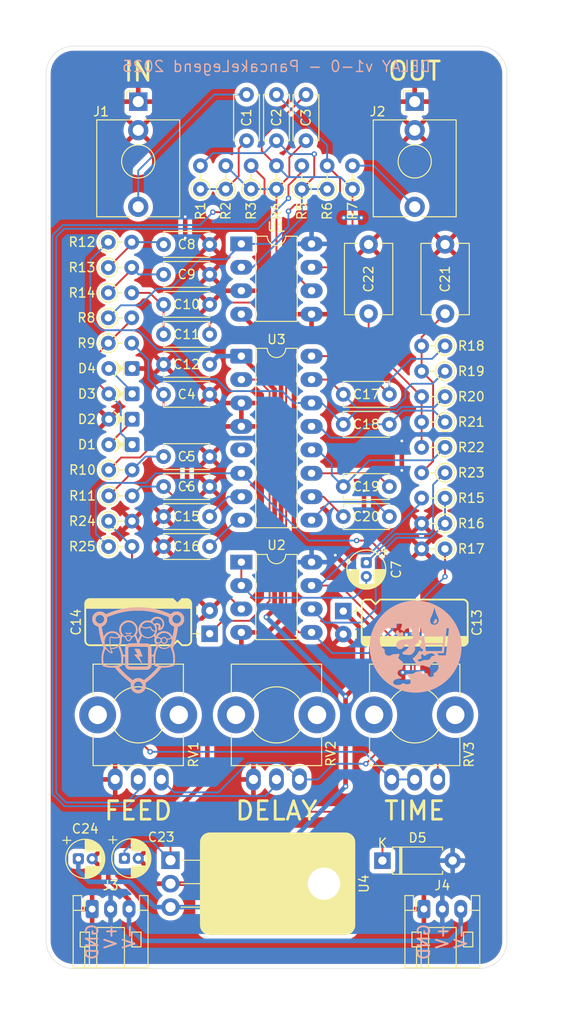
<source format=kicad_pcb>
(kicad_pcb (version 20241229) (generator "pcbnew") (generator_version "9.0")
  (layers (0 "F.Cu" signal) (2 "B.Cu" signal) (13 "F.Paste" user) (15 "B.Paste" user) (5 "F.SilkS" user "F.Silkscreen") (7 "B.SilkS" user "B.Silkscreen") (1 "F.Mask" user) (3 "B.Mask" user) (25 "Edge.Cuts" user))
  (net 0 "")
  (net 1 "Net-(C1-Pad1)")
  (net 2 "Net-(C1-Pad2)")
  (net 3 "Net-(C2-Pad1)")
  (net 4 "Net-(U1B--)")
  (net 5 "Net-(U1A--)")
  (net 6 "Net-(C3-Pad1)")
  (net 7 "Net-(C4-Pad1)")
  (net 8 "GND")
  (net 9 "Net-(C5-Pad1)")
  (net 10 "Net-(C8-Pad1)")
  (net 11 "Net-(U2A-+)")
  (net 12 "Net-(C9-Pad1)")
  (net 13 "Net-(C10-Pad1)")
  (net 14 "Net-(U2B-+)")
  (net 15 "+5V")
  (net 16 "Net-(U3-CC1)")
  (net 17 "Net-(U3-CC0)")
  (net 18 "Net-(U3-LPF1-OUT)")
  (net 19 "Net-(U3-LPF1-IN)")
  (net 20 "D OUT")
  (net 21 "Net-(U3-LPF2-IN)")
  (net 22 "Net-(U3-OP2-OUT)")
  (net 23 "Net-(U3-OP2-IN)")
  (net 24 "Net-(U3-OP1-OUT)")
  (net 25 "Net-(U3-OP1-IN)")
  (net 26 "Net-(C21-Pad2)")
  (net 27 "Net-(D5-K)")
  (net 28 "Net-(D1-K)")
  (net 29 "Net-(D1-A)")
  (net 30 "Net-(D3-A)")
  (net 31 "VDD")
  (net 32 "Net-(R15-Pad2)")
  (net 33 "Net-(J2-PadT)")
  (net 34 "VSS")
  (net 35 "DELAY")
  (net 36 "FEEDBACK")
  (net 37 "TIME")
  (net 38 "Net-(U2B--)")
  (net 39 "D IN")
  (net 40 "Net-(U2A--)")
  (net 42 "Net-(U3-REF)")
  (net 43 "Net-(R24-Pad1)")
  (net 44 "Net-(C22-Pad2)")
  (footprint "HackSynth:R_Vertical_P2.54mm" (layer "F.Cu") (at 168.29 82.5 180)
    (property "Reference" "R18")
    (property "Value" "10k")
  )
  (footprint "HackSynth:R_Vertical_P2.54mm" (layer "F.Cu") (at 147.25 65.5 90)
    (property "Reference" "R3")
    (property "Value" "100k")
  )
  (footprint "HackSynth:C_Ceramic_D4.5mm_P5.00mm" (layer "F.Cu") (at 137.75 94.5)
    (property "Reference" "C5")
    (property "Value" "680pF")
  )
  (footprint "HackSynth:Potentiometer_Alps_RK09K_Horizontal" (layer "F.Cu") (at 135 122.5)
    (property "Reference" "RV1")
    (property "Value" "10k")
  )
  (footprint "HackSynth:Jack_3.5mm" (layer "F.Cu") (at 165 62.5 180)
    (property "Reference" "J2")
    (property "Value" "OUT")
  )
  (footprint "HackSynth:R_Vertical_P2.54mm" (layer "F.Cu") (at 168.29 90.75 180)
    (property "Reference" "R21")
    (property "Value" "10k")
  )
  (footprint "HackSynth:D_Vertical_P2.54mm" (layer "F.Cu") (at 131.8 90.45)
    (property "Reference" "D2")
    (property "Value" "1N4148")
  )
  (footprint "HackSynth:L7805 - TO-220-3_Horizontal_TabDown" (layer "F.Cu") (at 138.5 140.8 -90)
    (property "Reference" "U4")
    (property "Value" "L7805")
  )
  (footprint "HackSynth:C_Ceramic_D4.5mm_P5.00mm" (layer "F.Cu") (at 142.75 101 180)
    (property "Reference" "C15")
    (property "Value" "100nF")
  )
  (footprint "HackSynth:R_Vertical_P2.54mm" (layer "F.Cu") (at 131.75 79.45)
    (property "Reference" "R8")
    (property "Value" "1k")
  )
  (footprint "HackSynth:R_Vertical_P2.54mm" (layer "F.Cu") (at 155.5 65.5 90)
    (property "Reference" "R6")
    (property "Value" "22k")
  )
  (footprint "HackSynth:C_Ceramic_D4.5mm_P5.00mm" (layer "F.Cu") (at 157.25 97.75)
    (property "Reference" "C19")
    (property "Value" "22nF")
  )
  (footprint "HackSynth:C_Ceramic_D4.5mm_P5.00mm" (layer "F.Cu") (at 137.75 81.25)
    (property "Reference" "C11")
    (property "Value" "10nF")
  )
  (footprint "HackSynth:C_Ceramic_D4.5mm_P5.00mm" (layer "F.Cu") (at 157.25 101)
    (property "Reference" "C20")
    (property "Value" "22nF")
  )
  (footprint "HackSynth:R_Vertical_P2.54mm" (layer "F.Cu") (at 131.8 95.95)
    (property "Reference" "R10")
    (property "Value" "33k")
  )
  (footprint "HackSynth:Module 50x100mm" (layer "F.Cu") (at 150 100)
    (property "Reference" "REF**" (hide yes))
    (property "Value" "Untitled" (hide yes))
    (fp_line (start -24.999999 -47) (end -25 47) (stroke (width 0.05)) (layer "Edge.Cuts"))
    (fp_line (start -21.999999 49.999999) (end 22 50) (stroke (width 0.05)) (layer "Edge.Cuts"))
    (fp_line (start 22 -50) (end -21.999999 -50) (stroke (width 0.05)) (layer "Edge.Cuts"))
    (fp_line (start 25 47) (end 25 -47) (stroke (width 0.05)) (layer "Edge.Cuts"))
    (fp_arc (start -25 -47) (mid -24.12132 -49.12132) (end -22 -50) (stroke (width 0.05)) (layer "Edge.Cuts"))
    (fp_arc (start -22 50) (mid -24.12132 49.12132) (end -25 47) (stroke (width 0.05)) (layer "Edge.Cuts"))
    (fp_arc (start 22 -50) (mid 24.12132 -49.12132) (end 25 -47) (stroke (width 0.05)) (layer "Edge.Cuts"))
    (fp_arc (start 25 47) (mid 24.12132 49.12132) (end 22 50) (stroke (width 0.05)) (layer "Edge.Cuts"))
  )
  (footprint "HackSynth:R_Vertical_P2.54mm" (layer "F.Cu") (at 131.7805 101.5)
    (property "Reference" "R24")
    (property "Value" "1k")
  )
  (footprint "HackSynth:R_Vertical_P2.54mm" (layer "F.Cu") (at 131.75 76.75)
    (property "Reference" "R14")
    (property "Value" "100k")
  )
  (footprint "HackSynth:R_Vertical_P2.54mm" (layer "F.Cu") (at 168.29 85.25 180)
    (property "Reference" "R19")
    (property "Value" "22k")
  )
  (footprint "HackSynth:R_Vertical_P2.54mm" (layer "F.Cu") (at 150 65.5 90)
    (property "Reference" "R4")
    (property "Value" "22k")
  )
  (footprint "HackSynth:R_Vertical_P2.54mm" (layer "F.Cu") (at 152.75 65.5 90)
    (property "Reference" "R5")
    (property "Value" "100k")
  )
  (footprint "HackSynth:DIP-8_W7.62mm_LongPads" (layer "F.Cu") (at 150 109.75)
    (property "Reference" "U2")
    (property "Value" "TL072")
  )
  (footprint "HackSynth:CP_Radial_D5.2mm_P2.50mm_LayDown" (layer "F.Cu") (at 142.75 112.45 90)
    (property "Reference" "C14")
    (property "Value" "47µF")
  )
  (footprint "HackSynth:R_Vertical_P2.54mm" (layer "F.Cu") (at 168.29 99 180)
    (property "Reference" "R15")
    (property "Value" "100k")
  )
  (footprint "HackSynth:Potentiometer_Alps_RK09K_Horizontal" (layer "F.Cu") (at 150 122.5)
    (property "Reference" "RV2")
    (property "Value" "10k")
  )
  (footprint "HackSynth:JST_PH_S3B-PH-K_1x03_P2.00mm_Horizontal" (layer "F.Cu") (at 130 143.55)
    (property "Reference" "J3")
    (property "Value" "Conn_01x03")
  )
  (footprint "HackSynth:C_Ceramic_D4.5mm_P5.00mm" (layer "F.Cu") (at 137.75 97.75)
    (property "Reference" "C6")
    (property "Value" "220pF")
  )
  (footprint "HackSynth:DIP-16_W7.62mm_LongPads" (layer "F.Cu") (at 146.19 83.61)
    (property "Reference" "U3")
    (property "Value" "PT2399")
  )
  (footprint "HackSynth:C_Ceramic_D4.5mm_P5.00mm" (layer "F.Cu") (at 146.75 60.25 90)
    (property "Reference" "C1")
    (property "Value" "220nF")
  )
  (footprint "HackSynth:C_Disc_D7.5mm_W5.0mm_P7.50mm" (layer "F.Cu") (at 168.3 71.5 -90)
    (property "Reference" "C21")
    (property "Value" "6.8nF")
  )
  (footprint "HackSynth:JST_PH_S3B-PH-K_1x03_P2.00mm_Horizontal" (layer "F.Cu") (at 166 143.55)
    (property "Reference" "J4")
    (property "Value" "Conn_01x03")
  )
  (footprint "HackSynth:R_Vertical_P2.54mm" (layer "F.Cu") (at 131.75 71.25)
    (property "Reference" "R12")
    (property "Value" "10k")
  )
  (footprint "HackSynth:R_Vertical_P2.54mm" (layer "F.Cu") (at 141.75 65.5 90)
    (property "Reference" "R1")
    (property "Value" "100k")
  )
  (footprint "HackSynth:C_Ceramic_D4.5mm_P5.00mm" (layer "F.Cu") (at 162.25 87.75 180)
    (property "Reference" "C17")
    (property "Value" "560pF")
  )
  (footprint "HackSynth:DIP-8_W7.62mm_LongPads" (layer "F.Cu") (at 150 75.25)
    (property "Reference" "U1")
    (property "Value" "TL072")
  )
  (footprint "HackSynth:D_Vertical_P2.54mm" (layer "F.Cu") (at 131.8 87.7)
    (property "Reference" "D3")
    (property "Value" "1N4148")
  )
  (footprint "HackSynth:C_Ceramic_D4.5mm_P5.00mm" (layer "F.Cu") (at 137.75 87.75)
    (property "Reference" "C4")
    (property "Value" "2.2nF")
  )
  (footprint "HackSynth:CP_Radial_D5.2mm_P2.50mm_LayDown" (layer "F.Cu") (at 157.25 112.5 -90)
    (property "Reference" "C13")
    (property "Value" "100µF")
  )
  (footprint "HackSynth:C_Ceramic_D4.5mm_P5.00mm" (layer "F.Cu") (at 137.75 71.5)
    (property "Reference" "C8")
    (property "Value" "2.2nF")
  )
  (footprint "HackSynth:C_Ceramic_D4.5mm_P5.00mm" (layer "F.Cu") (at 150 55.25 -90)
    (property "Reference" "C2")
    (property "Value" "68pF")
  )
  (footprint "HackSynth:C_Ceramic_D4.5mm_P5.00mm" (layer "F.Cu") (at 137.75 78)
    (property "Reference" "C10")
    (property "Value" "220pF")
  )
  (footprint "HackSynth:C_Ceramic_D4.5mm_P5.00mm" (layer "F.Cu") (at 157.25 91)
    (property "Reference" "C18")
    (property "Value" "560pF")
  )
  (footprint "HackSynth:D_Vertical_P2.54mm" (layer "F.Cu") (at 131.8 93.2)
    (property "Reference" "D1")
    (property "Value" "1N4148")
  )
  (footprint "HackSynth:CP_Radial_D4.0mm_P1.50mm" (layer "F.Cu") (at 159.75 106.75 -90)
    (property "Reference" "C7")
    (property "Value" "1uF")
  )
  (footprint "HackSynth:R_Vertical_P2.54mm" (layer "F.Cu") (at 168.29 93.5 180)
    (property "Reference" "R22")
    (property "Value" "22k")
  )
  (footprint "HackSynth:C_Ceramic_D4.5mm_P5.00mm" (layer "F.Cu") (at 153.2 55.25 -90)
    (property "Reference" "C3")
    (property "Value" "68pF")
  )
  (footprint "HackSynth:R_Vertical_P2.54mm" (layer "F.Cu") (at 168.29 101.75 180)
    (property "Reference" "R16")
    (property "Value" "56k")
  )
  (footprint "HackSynth:D_A-405_P7.62mm_Horizontal" (layer "F.Cu") (at 161.5 138.3)
    (property "Reference" "D5")
    (property "Value" "1N4002")
  )
  (footprint "HackSynth:R_Vertical_P2.54mm" (layer "F.Cu") (at 131.7805 104.25)
    (property "Reference" "R25")
    (property "Value" "68k")
  )
  (footprint "HackSynth:Jack_3.5mm" (layer "F.Cu") (at 135 62.5 180)
    (property "Reference" "J1")
    (property "Value" "IN")
  )
  (footprint "HackSynth:R_Vertical_P2.54mm" (layer "F.Cu") (at 168.29 104.5 180)
    (property "Reference" "R17")
    (property "Value" "1M")
  )
  (footprint "HackSynth:R_Vertical_P2.54mm" (layer "F.Cu") (at 168.29 96.25 180)
    (property "Reference" "R23")
    (property "Value" "22k")
  )
  (footprint "HackSynth:CP_Radial_D4.0mm_P1.50mm" (layer "F.Cu") (at 134.25 138.05)
    (property "Reference" "C23")
    (property "Value" "10uF 25v")
  )
  (footprint "HackSynth:Potentiometer_Alps_RK09K_Horizontal" (layer "F.Cu") (at 165 122.5)
    (property "Reference" "RV3")
    (property "Value" "47k")
  )
  (footprint "HackSynth:R_Vertical_P2.54mm" (layer "F.Cu") (at 168.29 88 180)
    (property "Reference" "R20")
    (property "Value" "22k")
  )
  (footprint "HackSynth:R_Vertical_P2.54mm" (layer "F.Cu") (at 131.75 82.2)
    (property "Reference" "R9")
    (property "Value" "10k")
  )
  (footprint "HackSynth:C_Ceramic_D4.5mm_P5.00mm" (layer "F.Cu") (at 142.75 84.5 180)
    (property "Reference" "C12")
    (property "Value" "100nF")
  )
  (footprint "HackSynth:D_Vertical_P2.54mm" (layer "F.Cu") (at 131.8 84.95)
    (property "Reference" "D4")
    (property "Value" "1N4148")
  )
  (footprint "HackSynth:R_Vertical_P2.54mm" (layer "F.Cu") (at 131.75 74)
    (property "Reference" "R13")
    (property "Value" "33k")
  )
  (footprint "HackSynth:R_Vertical_P2.54mm" (layer "F.Cu") (at 144.5 65.5 90)
    (property "Reference" "R2")
    (property "Value" "100k")
  )
  (footprint "HackSynth:R_Vertical_P2.54mm" (layer "F.Cu") (at 158.25 65.5 90)
    (property "Reference" "R7")
    (property "Value" "1k")
  )
  (footprint "HackSynth:CP_Radial_D4.0mm_P1.50mm" (layer "F.Cu") (at 129.25 138.1)
    (property "Reference" "C24")
    (property "Value" "1uF 50v")
  )
  (footprint "HackSynth:C_Ceramic_D4.5mm_P5.00mm" (layer "F.Cu") (at 137.75 74.75)
    (property "Reference" "C9")
    (property "Value" "680pF")
  )
  (footprint "HackSynth:C_Ceramic_D4.5mm_P5.00mm" (layer "F.Cu") (at 142.75 104.25 180)
    (property "Reference" "C16")
    (property "Value" "100nF")
  )
  (footprint "HackSynth:R_Vertical_P2.54mm" (layer "F.Cu") (at 131.8 98.75)
    (property "Reference" "R11")
    (property "Value" "100k")
  )
  (footprint "HackSynth:C_Disc_D7.5mm_W5.0mm_P7.50mm" (layer "F.Cu") (at 160 71.5 -90)
    (property "Reference" "C22")
    (property "Value" "3.3nF")
  )
  (footprint "HackSynth:CCHS Logo - 10mm" (layer "B.Cu") (at 135 115.5 180)
    (property "Reference" "Ref**" (hide yes))
    (property "Value" "Val**" (hide yes))
  )
  (footprint "HackSynth:PancakeLegend Logo - 10mm" (layer "B.Cu") (at 165.1 115.1 180)
    (property "Reference" "Ref**" (hide yes))
    (property "Value" "Val**" (hide yes))
  )
  (gr_text "OUT" (at 165 52.7 0) (layer "F.SilkS") (effects (font (size 2 2) (thickness 0.3) (bold yes))))
  (gr_text "DELAY" (at 150 132.9 0) (layer "F.SilkS") (effects (font (size 2 2) (thickness 0.3) (bold yes))))
  (gr_text "TIME" (at 165 132.9 0) (layer "F.SilkS") (effects (font (size 2 2) (thickness 0.3) (bold yes))))
  (gr_text "FEED" (at 135 132.9 0) (layer "F.SilkS") (effects (font (size 2 2) (thickness 0.3) (bold yes))))
  (gr_text "IN" (at 135 52.8 0) (layer "F.SilkS") (effects (font (size 2 2) (thickness 0.3) (bold yes))))
  (gr_text "DELAY v1-0 - PancakeLegend 2025" (at 150 52.2 0) (layer "B.SilkS") (effects (font (size 1.2 1.2)) (justify mirror)))
  (segment (start 145.9 61.1) (end 146.75 60.25) (width 0.2) (layer "F.Cu") (net 1))
  (segment (start 144.5 65.5) (end 145.9 64.1) (width 0.2) (layer "F.Cu") (net 1))
  (segment (start 145.9 64.1) (end 145.9 61.1) (width 0.2) (layer "F.Cu") (net 1))
  (segment (start 141.75 65.5) (end 144.5 65.5) (width 0.2) (layer "B.Cu") (net 1))
  (segment (start 143.25 55.25) (end 146.75 55.25) (width 0.2) (layer "B.Cu") (net 2))
  (segment (start 135 67.42) (end 135 63.5) (width 0.2) (layer "B.Cu") (net 2))
  (segment (start 135 63.5) (end 143.25 55.25) (width 0.2) (layer "B.Cu") (net 2))
  (segment (start 156.9 64.36) (end 156.9 66.2) (width 0.2) (layer "F.Cu") (net 3))
  (segment (start 152 67.2) (end 151.3 67.9) (width 0.2) (layer "F.Cu") (net 3))
  (segment (start 155.5 62.96) (end 156.9 64.36) (width 0.2) (layer "F.Cu") (net 3))
  (segment (start 155.9 67.2) (end 152 67.2) (width 0.2) (layer "F.Cu") (net 3))
  (segment (start 156.9 66.2) (end 155.9 67.2) (width 0.2) (layer "F.Cu") (net 3))
  (via (at 151.3 67.9) (size 0.6) (drill 0.3) (layers "F.Cu" "B.Cu") (net 3))
  (segment (start 144.53 73.1) (end 146.19 71.44) (width 0.2) (layer "B.Cu") (net 3))
  (segment (start 131.75 79.45) (end 133.1 78.1) (width 0.2) (layer "B.Cu") (net 3))
  (segment (start 149.3929 71.44) (end 146.19 71.44) (width 0.2) (layer "B.Cu") (net 3))
  (segment (start 155.5 62.96) (end 155.5 60.75) (width 0.2) (layer "B.Cu") (net 3))
  (segment (start 151.3 69.5329) (end 149.3929 71.44) (width 0.2) (layer "B.Cu") (net 3))
  (segment (start 135.2 78.1) (end 137 76.3) (width 0.2) (layer "B.Cu") (net 3))
  (segment (start 155.5 60.75) (end 150 55.25) (width 0.2) (layer "B.Cu") (net 3))
  (segment (start 133.1 78.1) (end 135.2 78.1) (width 0.2) (layer "B.Cu") (net 3))
  (segment (start 138.5 76.3) (end 141.7 73.1) (width 0.2) (layer "B.Cu") (net 3))
  (segment (start 141.7 73.1) (end 144.53 73.1) (width 0.2) (layer "B.Cu") (net 3))
  (segment (start 137 76.3) (end 138.5 76.3) (width 0.2) (layer "B.Cu") (net 3))
  (segment (start 151.3 67.9) (end 151.3 69.5329) (width 0.2) (layer "B.Cu") (net 3))
  (segment (start 150 72.71) (end 153.81 76.52) (width 0.2) (layer "F.Cu") (net 4))
  (segment (start 151.4 64.1) (end 151.4 62.05) (width 0.2) (layer "F.Cu") (net 4))
  (segment (start 151.4 62.05) (end 153.2 60.25) (width 0.2) (layer "F.Cu") (net 4))
  (segment (start 150 65.5) (end 151.4 64.1) (width 0.2) (layer "F.Cu") (net 4))
  (segment (start 150 65.5) (end 150 72.71) (width 0.2) (layer "F.Cu") (net 4))
  (segment (start 147.25 65.5) (end 150 65.5) (width 0.2) (layer "B.Cu") (net 4))
  (segment (start 144.5 62.96) (end 147.04 65.5) (width 0.2) (layer "B.Cu") (net 4))
  (segment (start 147.04 65.5) (end 147.25 65.5) (width 0.2) (layer "B.Cu") (net 4))
  (segment (start 154.1 61.7) (end 154.1 64.15) (width 0.2) (layer "F.Cu") (net 5))
  (segment (start 154.1 64.15) (end 152.75 65.5) (width 0.2) (layer "F.Cu") (net 5))
  (via (at 154.1 61.7) (size 0.6) (drill 0.3) (layers "F.Cu" "B.Cu") (net 5))
  (segment (start 152.75 65.5) (end 152.6 65.5) (width 0.2) (layer "B.Cu") (net 5))
  (segment (start 143.11 61.6) (end 148.65 61.6) (width 0.2) (layer "B.Cu") (net 5))
  (segment (start 147.42 73.98) (end 152.75 68.65) (width 0.2) (layer "B.Cu") (net 5))
  (segment (start 150 60.25) (end 151.45 61.7) (width 0.2) (layer "B.Cu") (net 5))
  (segment (start 151.45 61.7) (end 154.1 61.7) (width 0.2) (layer "B.Cu") (net 5))
  (segment (start 152.75 65.5) (end 155.5 65.5) (width 0.2) (layer "B.Cu") (net 5))
  (segment (start 148.65 61.6) (end 150 60.25) (width 0.2) (layer "B.Cu") (net 5))
  (segment (start 146.19 73.98) (end 147.42 73.98) (width 0.2) (layer "B.Cu") (net 5))
  (segment (start 152.75 68.65) (end 152.75 65.5) (width 0.2) (layer "B.Cu") (net 5))
  (segment (start 141.75 62.96) (end 143.11 61.6) (width 0.2) (layer "B.Cu") (net 5))
  (segment (start 148.4 61.36) (end 148.4 60.05) (width 0.2) (layer "F.Cu") (net 6))
  (segment (start 155.72 73.98) (end 158.25 71.45) (width 0.2) (layer "F.Cu") (net 6))
  (segment (start 153.81 73.98) (end 155.72 73.98) (width 0.2) (layer "F.Cu") (net 6))
  (segment (start 148.4 60.05) (end 153.2 55.25) (width 0.2) (layer "F.Cu") (net 6))
  (segment (start 150 62.96) (end 148.4 61.36) (width 0.2) (layer "F.Cu") (net 6))
  (segment (start 158.25 71.45) (end 158.25 65.5) (width 0.2) (layer "F.Cu") (net 6))
  (segment (start 150 62.96) (end 151.24 64.2) (width 0.2) (layer "B.Cu") (net 6))
  (segment (start 156.95 64.2) (end 158.25 65.5) (width 0.2) (layer "B.Cu") (net 6))
  (segment (start 151.24 64.2) (end 156.95 64.2) (width 0.2) (layer "B.Cu") (net 6))
  (segment (start 137.75 92.05) (end 137.75 87.75) (width 0.2) (layer "F.Cu") (net 7))
  (segment (start 131.8 95.95) (end 133.15 94.6) (width 0.2) (layer "F.Cu") (net 7))
  (segment (start 133.15 94.6) (end 135.2 94.6) (width 0.2) (layer "F.Cu") (net 7))
  (segment (start 135.2 94.6) (end 137.75 92.05) (width 0.2) (layer "F.Cu") (net 7))
  (segment (start 136.1 86.1) (end 137.75 87.75) (width 0.2) (layer "B.Cu") (net 7))
  (segment (start 134.29 82.2) (end 136.1 84.01) (width 0.2) (layer "B.Cu") (net 7))
  (segment (start 136.1 84.01) (end 136.1 86.1) (width 0.2) (layer "B.Cu") (net 7))
  (via (at 163.7 117.9) (size 0.6) (drill 0.3) (layers "F.Cu" "B.Cu") (net 8))
  (via (at 157.3 68.6) (size 0.6) (drill 0.3) (layers "F.Cu" "B.Cu") (net 8))
  (via (at 159.2 68.6) (size 0.6) (drill 0.3) (layers "F.Cu" "B.Cu") (net 8))
  (via (at 165.9 117.9) (size 0.6) (drill 0.3) (layers "F.Cu" "B.Cu") (net 8))
  (via (at 165.9 113.8) (size 0.6) (drill 0.3) (layers "F.Cu" "B.Cu") (net 8))
  (via (at 164.1 113.8) (size 0.6) (drill 0.3) (layers "F.Cu" "B.Cu") (net 8))
  (segment (start 165.9 117.9) (end 163.7 117.9) (width 0.5) (layer "B.Cu") (net 8))
  (segment (start 165.8 113.8) (end 164.1 113.8) (width 0.5) (layer "B.Cu") (net 8))
  (segment (start 159.2 68.6) (end 157.3 68.6) (width 0.5) (layer "B.Cu") (net 8))
  (segment (start 131.8 98.75) (end 134.34 96.21) (width 0.2) (layer "F.Cu") (net 9))
  (segment (start 134.34 96.21) (end 134.34 95.95) (width 0.2) (layer "F.Cu") (net 9))
  (segment (start 137.75 94.5) (end 135.79 94.5) (width 0.2) (layer "B.Cu") (net 9))
  (segment (start 135.79 94.5) (end 134.34 95.95) (width 0.2) (layer "B.Cu") (net 9))
  (segment (start 131.75 74) (end 134.29 71.46) (width 0.2) (layer "F.Cu") (net 10))
  (segment (start 134.29 71.46) (end 134.29 71.25) (width 0.2) (layer "F.Cu") (net 10))
  (segment (start 137.5 71.25) (end 137.75 71.5) (width 0.2) (layer "B.Cu") (net 10))
  (segment (start 134.29 71.25) (end 137.5 71.25) (width 0.2) (layer "B.Cu") (net 10))
  (segment (start 140.4 100.4) (end 140.4 105.23) (width 0.2) (layer "F.Cu") (net 11))
  (segment (start 140.4 105.23) (end 146.19 111.02) (width 0.2) (layer "F.Cu") (net 11))
  (segment (start 137.75 97.75) (end 140.4 100.4) (width 0.2) (layer "F.Cu") (net 11))
  (segment (start 137.75 97.75) (end 135.34 97.75) (width 0.2) (layer "B.Cu") (net 11))
  (segment (start 135.34 97.75) (end 134.34 98.75) (width 0.2) (layer "B.Cu") (net 11))
  (segment (start 134.29 74.21) (end 134.29 74) (width 0.2) (layer "F.Cu") (net 12))
  (segment (start 131.75 76.75) (end 134.29 74.21) (width 0.2) (layer "F.Cu") (net 12))
  (segment (start 137.75 74.75) (end 135.04 74.75) (width 0.2) (layer "B.Cu") (net 12))
  (segment (start 135.04 74.75) (end 134.29 74) (width 0.2) (layer "B.Cu") (net 12))
  (segment (start 136.25 76.75) (end 134.29 76.75) (width 0.2) (layer "F.Cu") (net 13))
  (segment (start 137.75 81.25) (end 137.75 78) (width 0.2) (layer "F.Cu") (net 13))
  (segment (start 137.75 78) (end 137.5 78) (width 0.2) (layer "F.Cu") (net 13))
  (segment (start 137.5 78) (end 136.25 76.75) (width 0.2) (layer "F.Cu") (net 13))
  (segment (start 137.75 78) (end 137.5 78) (width 0.2) (layer "B.Cu") (net 13))
  (segment (start 152.46 113.56) (end 153.81 113.56) (width 0.2) (layer "F.Cu") (net 14))
  (segment (start 151.051 112.151) (end 152.46 113.56) (width 0.2) (layer "F.Cu") (net 14))
  (segment (start 145.06863 77.8) (end 142.75 80.11863) (width 0.2) (layer "F.Cu") (net 14))
  (segment (start 151.051 84) (end 151.051 83.141768) (width 0.2) (layer "F.Cu") (net 14))
  (segment (start 148.1 78.7) (end 147.2 77.8) (width 0.2) (layer "F.Cu") (net 14))
  (segment (start 148.1 80.190768) (end 148.1 78.7) (width 0.2) (layer "F.Cu") (net 14))
  (segment (start 142.75 80.11863) (end 142.75 81.25) (width 0.2) (layer "F.Cu") (net 14))
  (segment (start 168.29 104.5) (end 168.29 107.51) (width 0.2) (layer "F.Cu") (net 14))
  (segment (start 147.2 77.8) (end 145.06863 77.8) (width 0.2) (layer "F.Cu") (net 14))
  (segment (start 151.051 83.141768) (end 148.1 80.190768) (width 0.2) (layer "F.Cu") (net 14))
  (segment (start 151.051 84) (end 151.051 112.151) (width 0.2) (layer "F.Cu") (net 14))
  (via (at 168.29 107.51) (size 0.6) (drill 0.3) (layers "F.Cu" "B.Cu") (net 14))
  (segment (start 168.29 107.51) (end 160 115.8) (width 0.2) (layer "B.Cu") (net 14))
  (segment (start 156.05 115.8) (end 153.81 113.56) (width 0.2) (layer "B.Cu") (net 14))
  (segment (start 160 115.8) (end 156.05 115.8) (width 0.2) (layer "B.Cu") (net 14))
  (segment (start 149.799 87.5) (end 149.799 109.3) (width 0.5) (layer "F.Cu") (net 15))
  (segment (start 149.799 110.3) (end 149.799 111.001) (width 0.5) (layer "F.Cu") (net 15))
  (segment (start 146.19 83.61) (end 149.799 87.219) (width 0.5) (layer "F.Cu") (net 15))
  (segment (start 149.799 111.001) (end 148.9 111.9) (width 0.5) (layer "F.Cu") (net 15))
  (segment (start 159.3 113.3) (end 159.3 118.7) (width 0.5) (layer "F.Cu") (net 15))
  (segment (start 157.25 111.25) (end 159.3 113.3) (width 0.5) (layer "F.Cu") (net 15))
  (segment (start 149.799 87.219) (end 149.799 87.5) (width 0.5) (layer "F.Cu") (net 15))
  (segment (start 157.5 130.25) (end 157.5 120.5) (width 0.5) (layer "F.Cu") (net 15))
  (segment (start 149.799 109.3) (end 149.799 110.3) (width 0.5) (layer "F.Cu") (net 15))
  (segment (start 159.3 118.7) (end 157.5 120.5) (width 0.5) (layer "F.Cu") (net 15))
  (via (at 157.5 120.5) (size 0.6) (drill 0.3) (layers "F.Cu" "B.Cu") (net 15))
  (via (at 157.5 130.25) (size 0.6) (drill 0.3) (layers "F.Cu" "B.Cu") (net 15))
  (via (at 148.9 111.9) (size 0.6) (drill 0.3) (layers "F.Cu" "B.Cu") (net 15))
  (segment (start 146.19 83.61) (end 143.64 83.61) (width 0.5) (layer "B.Cu") (net 15))
  (segment (start 143.64 83.61) (end 142.75 84.5) (width 0.5) (layer "B.Cu") (net 15))
  (segment (start 138.5 143.34) (end 136.79 143.34) (width 0.5) (layer "B.Cu") (net 15))
  (segment (start 128.5 139.4) (end 128.5 138.1) (width 0.5) (layer "B.Cu") (net 15))
  (segment (start 133.7 140.6) (end 129.7 140.6) (width 0.5) (layer "B.Cu") (net 15))
  (segment (start 129.7 140.6) (end 128.5 139.4) (width 0.5) (layer "B.Cu") (net 15))
  (segment (start 134.05 140.6) (end 133.7 140.6) (width 0.5) (layer "B.Cu") (net 15))
  (segment (start 136.79 143.34) (end 134.05 140.6) (width 0.5) (layer "B.Cu") (net 15))
  (segment (start 148.9 111.9) (end 157.5 120.5) (width 0.5) (layer "B.Cu") (net 15))
  (segment (start 138.5 143.34) (end 144.41 143.34) (width 0.5) (layer "B.Cu") (net 15))
  (segment (start 144.41 143.34) (end 157.5 130.25) (width 0.5) (layer "B.Cu") (net 15))
  (segment (start 144.75 98.85) (end 146.19 98.85) (width 0.2) (layer "B.Cu") (net 16))
  (segment (start 142.75 100.85) (end 144.75 98.85) (width 0.2) (layer "B.Cu") (net 16))
  (segment (start 142.75 104.25) (end 145.61 101.39) (width 0.2) (layer "B.Cu") (net 17))
  (segment (start 145.61 101.39) (end 146.19 101.39) (width 0.2) (layer "B.Cu") (net 17))
  (segment (start 155.65 86.15) (end 157.25 87.75) (width 0.2) (layer "F.Cu") (net 18))
  (segment (start 153.81 86.15) (end 155.65 86.15) (width 0.2) (layer "F.Cu") (net 18))
  (segment (start 158.699 89.199) (end 162.901 89.199) (width 0.2) (layer "B.Cu") (net 18))
  (segment (start 162.901 89.199) (end 164 88.1) (width 0.2) (layer "B.Cu") (net 18))
  (segment (start 164 88.1) (end 164 87.3) (width 0.2) (layer "B.Cu") (net 18))
  (segment (start 157.25 87.75) (end 158.699 89.199) (width 0.2) (layer "B.Cu") (net 18))
  (segment (start 164 87.3) (end 164.7 86.6) (width 0.2) (layer "B.Cu") (net 18))
  (segment (start 166.94 86.6) (end 168.29 85.25) (width 0.2) (layer "B.Cu") (net 18))
  (segment (start 164.7 86.6) (end 166.94 86.6) (width 0.2) (layer "B.Cu") (net 18))
  (segment (start 158.11 83.61) (end 162.25 87.75) (width 0.2) (layer "F.Cu") (net 19))
  (segment (start 153.81 83.61) (end 158.11 83.61) (width 0.2) (layer "F.Cu") (net 19))
  (segment (start 162.25 86.25) (end 162.25 87.75) (width 0.2) (layer "B.Cu") (net 19))
  (segment (start 164.6 83.9) (end 162.25 86.25) (width 0.2) (layer "B.Cu") (net 19))
  (segment (start 168.29 82.5) (end 166.89 83.9) (width 0.2) (layer "B.Cu") (net 19))
  (segment (start 166.89 83.9) (end 164.6 83.9) (width 0.2) (layer "B.Cu") (net 19))
  (segment (start 137.1 82.9) (end 138.6 82.9) (width 0.2) (layer "B.Cu") (net 20))
  (segment (start 129.8 73.2) (end 129.8 79.6) (width 0.2) (layer "B.Cu") (net 20))
  (segment (start 167.1742 89.1158) (end 168.29 88) (width 0.2) (layer "B.Cu") (net 20))
  (segment (start 158.425 89.825) (end 158.65 89.6) (width 0.2) (layer "B.Cu") (net 20))
  (segment (start 131 80.8) (end 135 80.8) (width 0.2) (layer "B.Cu") (net 20))
  (segment (start 157.25 91) (end 158.425 89.825) (width 0.2) (layer "B.Cu") (net 20))
  (segment (start 138.6 82.9) (end 141.8 86.1) (width 0.2) (layer "B.Cu") (net 20))
  (segment (start 141.8 86.1) (end 143.5 86.1) (width 0.2) (layer "B.Cu") (net 20))
  (segment (start 151.91 88.69) (end 153.81 88.69) (width 0.2) (layer "B.Cu") (net 20))
  (segment (start 158.65 89.6) (end 163.0829 89.6) (width 0.2) (layer "B.Cu") (net 20))
  (segment (start 129.8 79.6) (end 131 80.8) (width 0.2) (layer "B.Cu") (net 20))
  (segment (start 135 80.8) (end 137.1 82.9) (width 0.2) (layer "B.Cu") (net 20))
  (segment (start 143.5 86.1) (end 144.8 87.4) (width 0.2) (layer "B.Cu") (net 20))
  (segment (start 150.62 87.4) (end 151.91 88.69) (width 0.2) (layer "B.Cu") (net 20))
  (segment (start 163.5671 89.1158) (end 167.1742 89.1158) (width 0.2) (layer "B.Cu") (net 20))
  (segment (start 131.75 71.25) (end 129.8 73.2) (width 0.2) (layer "B.Cu") (net 20))
  (segment (start 154.94 88.69) (end 157.25 91) (width 0.2) (layer "B.Cu") (net 20))
  (segment (start 144.8 87.4) (end 150.62 87.4) (width 0.2) (layer "B.Cu") (net 20))
  (segment (start 153.81 88.69) (end 154.94 88.69) (width 0.2) (layer "B.Cu") (net 20))
  (segment (start 163.0829 89.6) (end 163.5671 89.1158) (width 0.2) (layer "B.Cu") (net 20))
  (segment (start 153.81 91.23) (end 154.63 91.23) (width 0.2) (layer "B.Cu") (net 21))
  (segment (start 168.29 90.75) (end 167.0568 89.5168) (width 0.2) (layer "B.Cu") (net 21))
  (segment (start 154.63 91.23) (end 155.85 92.45) (width 0.2) (layer "B.Cu") (net 21))
  (segment (start 155.85 92.45) (end 158.35 92.45) (width 0.2) (layer "B.Cu") (net 21))
  (segment (start 159.8 91) (end 162.25 91) (width 0.2) (layer "B.Cu") (net 21))
  (segment (start 158.35 92.45) (end 159.8 91) (width 0.2) (layer "B.Cu") (net 21))
  (segment (start 167.0568 89.5168) (end 163.7332 89.5168) (width 0.2) (layer "B.Cu") (net 21))
  (segment (start 163.7332 89.5168) (end 162.25 91) (width 0.2) (layer "B.Cu") (net 21))
  (segment (start 154.47 93.77) (end 153.81 93.77) (width 0.2) (layer "B.Cu") (net 22))
  (segment (start 157.25 97.75) (end 156 96.5) (width 0.2) (layer "B.Cu") (net 22))
  (segment (start 156 95.3) (end 154.47 93.77) (width 0.2) (layer "B.Cu") (net 22))
  (segment (start 168.29 93.5) (end 166.89 94.9) (width 0.2) (layer "B.Cu") (net 22))
  (segment (start 166.89 94.9) (end 160.1 94.9) (width 0.2) (layer "B.Cu") (net 22))
  (segment (start 156 96.5) (end 156 95.3) (width 0.2) (layer "B.Cu") (net 22))
  (segment (start 160.1 94.9) (end 157.25 97.75) (width 0.2) (layer "B.Cu") (net 22))
  (segment (start 160.81 96.31) (end 162.25 97.75) (width 0.2) (layer "F.Cu") (net 23))
  (segment (start 153.81 96.31) (end 160.81 96.31) (width 0.2) (layer "F.Cu") (net 23))
  (segment (start 155.8 99.4) (end 153.81 101.39) (width 0.2) (layer "B.Cu") (net 24))
  (segment (start 162.25 101) (end 160.65 99.4) (width 0.2) (layer "B.Cu") (net 24))
  (segment (start 160.65 99.4) (end 155.8 99.4) (width 0.2) (layer "B.Cu") (net 24))
  (segment (start 157.25 101) (end 155.1 98.85) (width 0.2) (layer "F.Cu") (net 25))
  (segment (start 155.1 98.85) (end 153.81 98.85) (width 0.2) (layer "F.Cu") (net 25))
  (segment (start 168.3 79) (end 165.75 81.55) (width 0.2) (layer "F.Cu") (net 26))
  (segment (start 167 95) (end 167 86.5) (width 0.2) (layer "F.Cu") (net 26))
  (segment (start 165.75 81.55) (end 165.75 82.5) (width 0.2) (layer "F.Cu") (net 26))
  (segment (start 165.75 96.25) (end 167 95) (width 0.2) (layer "F.Cu") (net 26))
  (segment (start 165.75 85.25) (end 167 86.5) (width 0.2) (layer "F.Cu") (net 26))
  (segment (start 165.75 82.5) (end 165.75 85.25) (width 0.2) (layer "F.Cu") (net 26))
  (segment (start 161.5 136.25) (end 161.5 138.3) (width 0.2) (layer "F.Cu") (net 27))
  (segment (start 138.5 138.26) (end 138.5 136.25) (width 0.2) (layer "F.Cu") (net 27))
  (segment (start 158.25 133) (end 161.5 136.25) (width 0.2) (layer "F.Cu") (net 27))
  (segment (start 141.75 133) (end 158.25 133) (width 0.2) (layer "F.Cu") (net 27))
  (segment (start 138.5 136.25) (end 141.75 133) (width 0.2) (layer "F.Cu") (net 27))
  (segment (start 133.5 137.25) (end 134.5 136.25) (width 0.2) (layer "B.Cu") (net 27))
  (segment (start 134.5 136.25) (end 136.49 136.25) (width 0.2) (layer "B.Cu") (net 27))
  (segment (start 161.46 138.26) (end 161.5 138.3) (width 0.2) (layer "B.Cu") (net 27))
  (segment (start 136.49 136.25) (end 138.5 138.26) (width 0.2) (layer "B.Cu") (net 27))
  (segment (start 133.5 138.05) (end 133.5 137.25) (width 0.2) (layer "B.Cu") (net 27))
  (segment (start 134.34 90.66) (end 131.8 93.2) (width 0.2) (layer "F.Cu") (net 28))
  (segment (start 134.34 90.45) (end 134.34 90.66) (width 0.2) (layer "F.Cu") (net 28))
  (segment (start 129.9 84.05) (end 129.9 85.8) (width 0.2) (layer "F.Cu") (net 29))
  (segment (start 129.9 85.8) (end 131.8 87.7) (width 0.2) (layer "F.Cu") (net 29))
  (segment (start 134.29 79.66) (end 134.29 79.45) (width 0.2) (layer "F.Cu") (net 29))
  (segment (start 131.75 82.2) (end 134.29 79.66) (width 0.2) (layer "F.Cu") (net 29))
  (segment (start 131.75 82.2) (end 129.9 84.05) (width 0.2) (layer "F.Cu") (net 29))
  (segment (start 133.1 91.96) (end 134.34 93.2) (width 0.2) (layer "B.Cu") (net 29))
  (segment (start 133.1 89) (end 133.1 91.96) (width 0.2) (layer "B.Cu") (net 29))
  (segment (start 131.8 87.7) (end 133.1 89) (width 0.2) (layer "B.Cu") (net 29))
  (segment (start 134.34 87.49) (end 131.8 84.95) (width 0.2) (layer "B.Cu") (net 30))
  (segment (start 134.34 87.7) (end 134.34 87.49) (width 0.2) (layer "B.Cu") (net 30))
  (segment (start 159.5 98.2) (end 159.5 100.5) (width 0.5) (layer "F.Cu") (net 31))
  (segment (start 140.3 97.7) (end 140.3 94.6) (width 0.5) (layer "F.Cu") (net 31))
  (segment (start 163.6 92.8) (end 163.6 96) (width 0.5) (layer "F.Cu") (net 31))
  (segment (start 158.013172 106.813172) (end 156.386827 105.186827) (width 0.5) (layer "F.Cu") (net 31))
  (segment (start 140.1 68.5) (end 140.1 70.8) (width 0.5) (layer "F.Cu") (net 31))
  (via (at 140.1 68.5) (size 0.6) (drill 0.3) (layers "F.Cu" "B.Cu") (net 31))
  (via (at 140.3 94.6) (size 0.6) (drill 0.3) (layers "F.Cu" "B.Cu") (net 31))
  (via (at 159.5 98.2) (size 0.6) (drill 0.3) (layers "F.Cu" "B.Cu") (net 31))
  (via (at 163.6 96) (size 0.6) (drill 0.3) (layers "F.Cu" "B.Cu") (net 31))
  (via (at 158.013172 106.813172) (size 0.6) (drill 0.3) (layers "F.Cu" "B.Cu") (net 31))
  (via (at 163.6 92.8) (size 0.6) (drill 0.3) (layers "F.Cu" "B.Cu") (net 31))
  (via (at 140.3 97.7) (size 0.6) (drill 0.3) (layers "F.Cu" "B.Cu") (net 31))
  (via (at 140.1 70.8) (size 0.6) (drill 0.3) (layers "F.Cu" "B.Cu") (net 31))
  (via (at 159.5 100.5) (size 0.6) (drill 0.3) (layers "F.Cu" "B.Cu") (net 31))
  (via (at 156.386827 105.186827) (size 0.6) (drill 0.3) (layers "F.Cu" "B.Cu") (net 31))
  (segment (start 170.4 92.1) (end 164.3 92.1) (width 0.5) (layer "B.Cu") (net 31))
  (segment (start 164.3 92.1) (end 163.6 92.8) (width 0.5) (layer "B.Cu") (net 31))
  (segment (start 144.45 92.5) (end 147.95 92.5) (width 0.5) (layer "B.Cu") (net 31))
  (segment (start 156.882 108.48) (end 153.81 108.48) (width 0.2) (layer "F.Cu") (net 32))
  (segment (start 159.7 127.8) (end 164.599 122.901) (width 0.2) (layer "F.Cu") (net 32))
  (segment (start 164.599 116.197) (end 156.882 108.48) (width 0.2) (layer "F.Cu") (net 32))
  (segment (start 164.599 122.901) (end 164.599 116.197) (width 0.2) (layer "F.Cu") (net 32))
  (via (at 159.7 127.8) (size 0.6) (drill 0.3) (layers "F.Cu" "B.Cu") (net 32))
  (segment (start 146.899 127.7) (end 150.700001 127.7) (width 0.2) (layer "B.Cu") (net 32))
  (segment (start 156.2 127.8) (end 154.5 129.5) (width 0.2) (layer "B.Cu") (net 32))
  (segment (start 154.5 129.5) (end 152.500001 129.5) (width 0.2) (layer "B.Cu") (net 32))
  (segment (start 158.2 105) (end 154.72 108.48) (width 0.2) (layer "B.Cu") (net 32))
  (segment (start 150.700001 127.7) (end 152.500001 129.5) (width 0.2) (layer "B.Cu") (net 32))
  (segment (start 154.72 108.48) (end 153.81 108.48) (width 0.2) (layer "B.Cu") (net 32))
  (segment (start 152.500001 128.750001) (end 152.500001 129.5) (width 0.2) (layer "B.Cu") (net 32))
  (segment (start 165.75 99) (end 165.75 99.4329) (width 0.2) (layer "B.Cu") (net 32))
  (segment (start 160.1829 105) (end 158.2 105) (width 0.2) (layer "B.Cu") (net 32))
  (segment (start 137.500001 129.5) (end 138.899001 130.899) (width 0.2) (layer "B.Cu") (net 32))
  (segment (start 143.7 130.899) (end 146.899 127.7) (width 0.2) (layer "B.Cu") (net 32))
  (segment (start 159.7 127.8) (end 156.2 127.8) (width 0.2) (layer "B.Cu") (net 32))
  (segment (start 165.75 99.4329) (end 160.1829 105) (width 0.2) (layer "B.Cu") (net 32))
  (segment (start 138.899001 130.899) (end 143.7 130.899) (width 0.2) (layer "B.Cu") (net 32))
  (segment (start 160.54 62.96) (end 165 67.42) (width 0.2) (layer "B.Cu") (net 33))
  (segment (start 158.25 62.96) (end 160.54 62.96) (width 0.2) (layer "B.Cu") (net 33))
  (segment (start 134 142.55) (end 131.75 140.3) (width 0.5) (layer "F.Cu") (net 34))
  (segment (start 134 143.55) (end 134 142.55) (width 0.5) (layer "F.Cu") (net 34))
  (segment (start 133.75 134.5) (end 131.75 136.5) (width 0.5) (layer "F.Cu") (net 34))
  (segment (start 142.5 120.75) (end 146.19 117.06) (width 0.5) (layer "F.Cu") (net 34))
  (segment (start 150.5 112.12) (end 150.5 83.37) (width 0.5) (layer "F.Cu") (net 34))
  (segment (start 131.75 140.3) (end 131.75 136.5) (width 0.5) (layer "F.Cu") (net 34))
  (segment (start 142.5 129.5) (end 142.5 120.75) (width 0.5) (layer "F.Cu") (net 34))
  (segment (start 149.06 113.56) (end 146.19 113.56) (width 0.5) (layer "F.Cu") (net 34))
  (segment (start 146.19 79.06) (end 150.5 83.37) (width 0.5) (layer "F.Cu") (net 34))
  (segment (start 137.5 134.5) (end 142.5 129.5) (width 0.5) (layer "F.Cu") (net 34))
  (segment (start 137.5 134.5) (end 133.75 134.5) (width 0.5) (layer "F.Cu") (net 34))
  (segment (start 149.06 113.56) (end 150.5 112.12) (width 0.5) (layer "F.Cu") (net 34))
  (segment (start 146.19 117.06) (end 146.19 113.56) (width 0.5) (layer "F.Cu") (net 34))
  (segment (start 135.5 147) (end 168.75 147) (width 0.5) (layer "B.Cu") (net 34))
  (segment (start 170 145.75) (end 170 143.55) (width 0.5) (layer "B.Cu") (net 34))
  (segment (start 168.75 147) (end 170 145.75) (width 0.5) (layer "B.Cu") (net 34))
  (segment (start 134 143.55) (end 134 145.5) (width 0.5) (layer "B.Cu") (net 34))
  (segment (start 134 145.5) (end 135.5 147) (width 0.5) (layer "B.Cu") (net 34))
  (segment (start 148.7 66.7) (end 147.4 68) (width 0.2) (layer "F.Cu") (net 35))
  (segment (start 148.7 66.7) (end 148.7 64.41) (width 0.2) (layer "F.Cu") (net 35))
  (segment (start 148.7 64.41) (end 147.25 62.96) (width 0.2) (layer "F.Cu") (net 35))
  (segment (start 143.1 68) (end 147.4 68) (width 0.2) (layer "F.Cu") (net 35))
  (via (at 143.1 68) (size 0.6) (drill 0.3) (layers "F.Cu" "B.Cu") (net 35))
  (segment (start 150 130.1) (end 150 129.5) (width 0.2) (layer "B.Cu") (net 35))
  (segment (start 126.8 69.4) (end 125.7 70.5) (width 0.2) (layer "B.Cu") (net 35))
  (segment (start 127 132.4) (end 133.8661 132.4) (width 0.2) (layer "B.Cu") (net 35))
  (segment (start 125.7 131.1) (end 127 132.4) (width 0.2) (layer "B.Cu") (net 35))
  (segment (start 148.8 131.3) (end 150 130.1) (width 0.2) (layer "B.Cu") (net 35))
  (segment (start 134.9661 131.3) (end 148.8 131.3) (width 0.2) (layer "B.Cu") (net 35))
  (segment (start 125.7 70.5) (end 125.7 131.1) (width 0.2) (layer "B.Cu") (net 35))
  (segment (start 141.7 69.4) (end 126.8 69.4) (width 0.2) (layer "B.Cu") (net 35))
  (segment (start 143.1 68) (end 141.7 69.4) (width 0.2) (layer "B.Cu") (net 35))
  (segment (start 133.8661 132.4) (end 134.9661 131.3) (width 0.2) (layer "B.Cu") (net 35))
  (segment (start 152.75 63.65) (end 151.3 65.1) (width 0.2) (layer "F.Cu") (net 36))
  (segment (start 152.75 62.96) (end 152.75 63.65) (width 0.2) (layer "F.Cu") (net 36))
  (segment (start 151.3 65.1) (end 151.3 66.5) (width 0.2) (layer "F.Cu") (net 36))
  (via (at 151.3 66.5) (size 0.6) (drill 0.3) (layers "F.Cu" "B.Cu") (net 36))
  (segment (start 126.9661 69.801) (end 126.101 70.6661) (width 0.2) (layer "B.Cu") (net 36))
  (segment (start 126.101 70.6661) (end 126.101 130.9339) (width 0.2) (layer "B.Cu") (net 36))
  (segment (start 133.7 131.999) (end 135 130.699) (width 0.2) (layer "B.Cu") (net 36))
  (segment (start 147.999 69.801) (end 126.9661 69.801) (width 0.2) (layer "B.Cu") (net 36))
  (segment (start 127.1661 131.999) (end 133.7 131.999) (width 0.2) (layer "B.Cu") (net 36))
  (segment (start 135 130.699) (end 135 129.5) (width 0.2) (layer "B.Cu") (net 36))
  (segment (start 151.3 66.5) (end 147.999 69.801) (width 0.2) (layer "B.Cu") (net 36))
  (segment (start 126.101 130.9339) (end 127.1661 131.999) (width 0.2) (layer "B.Cu") (net 36))
  (segment (start 160.2 103.6) (end 165 108.4) (width 0.2) (layer "F.Cu") (net 37))
  (segment (start 167.500001 125.400001) (end 165 122.9) (width 0.2) (layer "F.Cu") (net 37))
  (segment (start 167.500001 129.5) (end 167.500001 125.400001) (width 0.2) (layer "F.Cu") (net 37))
  (segment (start 165 108.4) (end 165 122.9) (width 0.2) (layer "F.Cu") (net 37))
  (segment (start 158.7 103.6) (end 160.2 103.6) (width 0.2) (layer "F.Cu") (net 37))
  (via (at 158.7 103.6) (size 0.6) (drill 0.3) (layers "F.Cu" "B.Cu") (net 37))
  (segment (start 146.19 96.31) (end 136.89 96.31) (width 0.2) (layer "B.Cu") (net 37))
  (segment (start 131.251 97.349) (end 130.4 98.2) (width 0.2) (layer "B.Cu") (net 37))
  (segment (start 136.89 96.31) (end 135.851 97.349) (width 0.2) (layer "B.Cu") (net 37))
  (segment (start 130.4 98.2) (end 130.4 102.8695) (width 0.2) (layer "B.Cu") (net 37))
  (segment (start 130.4 102.8695) (end 131.7805 104.25) (width 0.2) (layer "B.Cu") (net 37))
  (segment (start 153.48 103.6) (end 158.7 103.6) (width 0.2) (layer "B.Cu") (net 37))
  (segment (start 135.851 97.349) (end 131.251 97.349) (width 0.2) (layer "B.Cu") (net 37))
  (segment (start 146.19 96.31) (end 153.48 103.6) (width 0.2) (layer "B.Cu") (net 37))
  (segment (start 153.81 111.02) (end 155.29 112.5) (width 0.2) (layer "B.Cu") (net 38))
  (segment (start 159.3 112.5) (end 160.775 111.025) (width 0.2) (layer "B.Cu") (net 38))
  (segment (start 163.0161 103.301) (end 160.775 105.5421) (width 0.2) (layer "B.Cu") (net 38))
  (segment (start 166.739 103.301) (end 163.0161 103.301) (width 0.2) (layer "B.Cu") (net 38))
  (segment (start 168.29 101.75) (end 166.739 103.301) (width 0.2) (layer "B.Cu") (net 38))
  (segment (start 160.775 105.5421) (end 160.775 111.025) (width 0.2) (layer "B.Cu") (net 38))
  (segment (start 155.29 112.5) (end 159.3 112.5) (width 0.2) (layer "B.Cu") (net 38))
  (segment (start 154.58 111.02) (end 153.81 111.02) (width 0.2) (layer "B.Cu") (net 38))
  (segment (start 168.29 99) (end 168.29 101.75) (width 0.2) (layer "B.Cu") (net 38))
  (segment (start 162.85 102.9) (end 166.5729 102.9) (width 0.2) (layer "B.Cu") (net 39))
  (segment (start 167 97.54) (end 168.29 96.25) (width 0.2) (layer "B.Cu") (net 39))
  (segment (start 166.5729 102.9) (end 167 102.4729) (width 0.2) (layer "B.Cu") (net 39))
  (segment (start 159.75 106) (end 162.85 102.9) (width 0.2) (layer "B.Cu") (net 39))
  (segment (start 167 102.4729) (end 167 97.54) (width 0.2) (layer "B.Cu") (net 39))
  (segment (start 146.19 105.94) (end 146.19 108.48) (width 0.2) (layer "F.Cu") (net 40))
  (segment (start 159.75 108.5) (end 158.45 109.8) (width 0.2) (layer "B.Cu") (net 40))
  (segment (start 158.45 109.8) (end 147.51 109.8) (width 0.2) (layer "B.Cu") (net 40))
  (segment (start 147.51 109.8) (end 146.19 108.48) (width 0.2) (layer "B.Cu") (net 40))
  (segment (start 159.75 107.5) (end 159.75 108.5) (width 0.2) (layer "B.Cu") (net 40))
  (segment (start 146.19 86.15) (end 146.19 86.01) (width 0.2) (layer "F.Cu") (net 42))
  (segment (start 147.1 112.3) (end 144.15 112.3) (width 0.2) (layer "F.Cu") (net 42))
  (segment (start 147.950768 86.15) (end 149.248 87.447232) (width 0.2) (layer "F.Cu") (net 42))
  (segment (start 149.248 87.447232) (end 149.248 110.152) (width 0.2) (layer "F.Cu") (net 42))
  (segment (start 146.2 86) (end 146.6 86) (width 0.2) (layer "F.Cu") (net 42))
  (segment (start 146.19 86.01) (end 146.2 86) (width 0.2) (layer "F.Cu") (net 42))
  (segment (start 146.19 86.15) (end 147.950768 86.15) (width 0.2) (layer "F.Cu") (net 42))
  (segment (start 149.248 110.152) (end 147.1 112.3) (width 0.2) (layer "F.Cu") (net 42))
  (segment (start 144.15 112.3) (end 142.75 113.7) (width 0.2) (layer "F.Cu") (net 42))
  (segment (start 134.3205 104.25) (end 134.3205 124.5205) (width 0.2) (layer "F.Cu") (net 43))
  (segment (start 134.3205 124.5205) (end 136.3 126.5) (width 0.2) (layer "F.Cu") (net 43))
  (via (at 136.3 126.5) (size 0.6) (drill 0.3) (layers "F.Cu" "B.Cu") (net 43))
  (segment (start 165 129.5) (end 162.499999 129.5) (width 0.2) (layer "B.Cu") (net 43))
  (segment (start 134.3205 104.25) (end 131.7805 101.71) (width 0.2) (layer "B.Cu") (net 43))
  (segment (start 159.499999 126.5) (end 162.499999 129.5) (width 0.2) (layer "B.Cu") (net 43))
  (segment (start 131.7805 101.71) (end 131.7805 101.5) (width 0.2) (layer "B.Cu") (net 43))
  (segment (start 136.3 126.5) (end 159.499999 126.5) (width 0.2) (layer "B.Cu") (net 43))
  (segment (start 165.75 93.5) (end 165.75 90.75) (width 0.2) (layer "F.Cu") (net 44))
  (segment (start 160 79) (end 160 82.25) (width 0.2) (layer "F.Cu") (net 44))
  (segment (start 160 82.25) (end 165.75 88) (width 0.2) (layer "F.Cu") (net 44))
  (segment (start 165.75 88) (end 165.75 90.75) (width 0.2) (layer "F.Cu") (net 44))
  (zone (net 8) (net_name "GND") (layer "F.Cu") (connect_pads (clearance 0.5)) (min_thickness 0.25) (fill yes (thermal_gap 0.5) (thermal_bridge_width 0.5))
    (polygon (pts (xy 120 45) (xy 180 45) (xy 180 155) (xy 120 155)))
  )
  (zone (net 31) (net_name "VDD") (layer "B.Cu") (connect_pads (clearance 0.5)) (min_thickness 0.25) (fill yes (thermal_gap 0.5) (thermal_bridge_width 0.5))
    (polygon (pts (xy 121 46) (xy 181 46) (xy 181 156) (xy 121 156)))
  )
)
</source>
